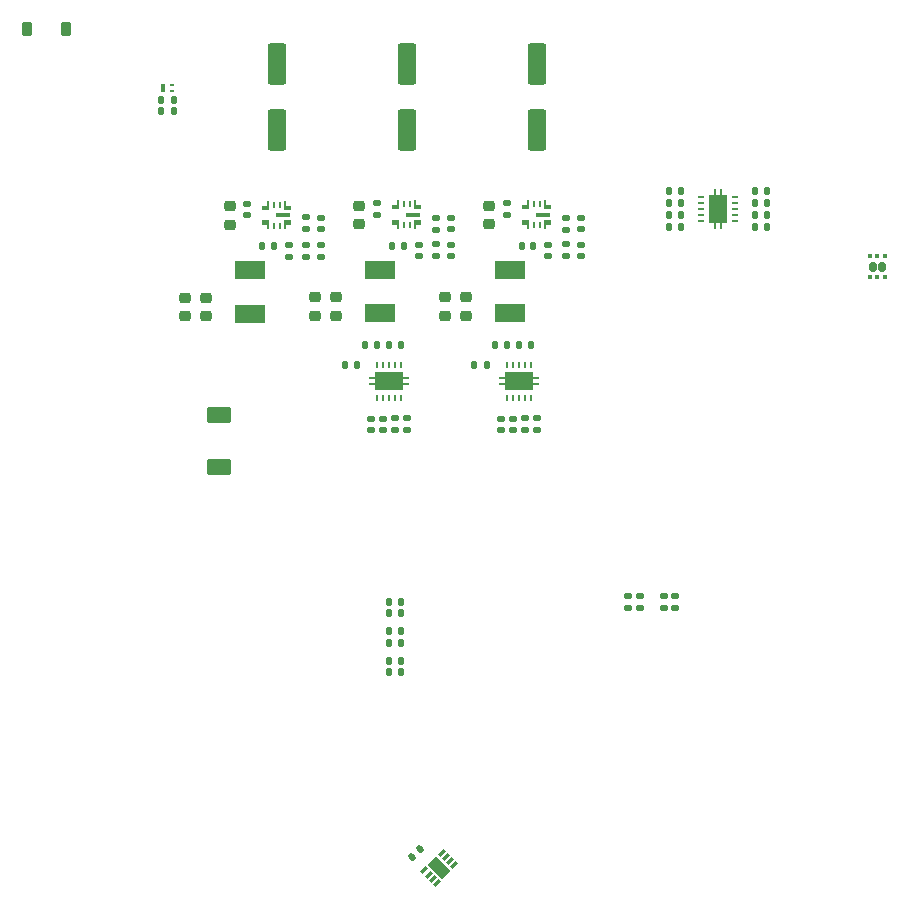
<source format=gbr>
%TF.GenerationSoftware,KiCad,Pcbnew,8.0.0*%
%TF.CreationDate,2024-03-25T03:27:09+00:00*%
%TF.ProjectId,main_PCB_v2,6d61696e-5f50-4434-925f-76322e6b6963,rev?*%
%TF.SameCoordinates,Original*%
%TF.FileFunction,Paste,Top*%
%TF.FilePolarity,Positive*%
%FSLAX46Y46*%
G04 Gerber Fmt 4.6, Leading zero omitted, Abs format (unit mm)*
G04 Created by KiCad (PCBNEW 8.0.0) date 2024-03-25 03:27:09*
%MOMM*%
%LPD*%
G01*
G04 APERTURE LIST*
G04 Aperture macros list*
%AMRoundRect*
0 Rectangle with rounded corners*
0 $1 Rounding radius*
0 $2 $3 $4 $5 $6 $7 $8 $9 X,Y pos of 4 corners*
0 Add a 4 corners polygon primitive as box body*
4,1,4,$2,$3,$4,$5,$6,$7,$8,$9,$2,$3,0*
0 Add four circle primitives for the rounded corners*
1,1,$1+$1,$2,$3*
1,1,$1+$1,$4,$5*
1,1,$1+$1,$6,$7*
1,1,$1+$1,$8,$9*
0 Add four rect primitives between the rounded corners*
20,1,$1+$1,$2,$3,$4,$5,0*
20,1,$1+$1,$4,$5,$6,$7,0*
20,1,$1+$1,$6,$7,$8,$9,0*
20,1,$1+$1,$8,$9,$2,$3,0*%
%AMRotRect*
0 Rectangle, with rotation*
0 The origin of the aperture is its center*
0 $1 length*
0 $2 width*
0 $3 Rotation angle, in degrees counterclockwise*
0 Add horizontal line*
21,1,$1,$2,0,0,$3*%
%AMFreePoly0*
4,1,7,0.114300,0.025000,0.470000,0.025000,0.470000,-0.381000,-0.114300,-0.381000,-0.114300,0.381000,0.114300,0.381000,0.114300,0.025000,0.114300,0.025000,$1*%
%AMFreePoly1*
4,1,7,0.470000,-0.025000,0.114300,-0.025000,0.114300,-0.381000,-0.114300,-0.381000,-0.114300,0.381000,0.470000,0.381000,0.470000,-0.025000,0.470000,-0.025000,$1*%
G04 Aperture macros list end*
%ADD10RoundRect,0.135000X0.185000X-0.135000X0.185000X0.135000X-0.185000X0.135000X-0.185000X-0.135000X0*%
%ADD11RoundRect,0.225000X0.250000X-0.225000X0.250000X0.225000X-0.250000X0.225000X-0.250000X-0.225000X0*%
%ADD12RoundRect,0.135000X0.135000X0.185000X-0.135000X0.185000X-0.135000X-0.185000X0.135000X-0.185000X0*%
%ADD13RoundRect,0.140000X0.170000X-0.140000X0.170000X0.140000X-0.170000X0.140000X-0.170000X-0.140000X0*%
%ADD14RoundRect,0.160000X-0.160000X0.245000X-0.160000X-0.245000X0.160000X-0.245000X0.160000X0.245000X0*%
%ADD15RoundRect,0.093750X-0.106250X0.093750X-0.106250X-0.093750X0.106250X-0.093750X0.106250X0.093750X0*%
%ADD16RoundRect,0.135000X-0.135000X-0.185000X0.135000X-0.185000X0.135000X0.185000X-0.135000X0.185000X0*%
%ADD17RoundRect,0.135000X-0.185000X0.135000X-0.185000X-0.135000X0.185000X-0.135000X0.185000X0.135000X0*%
%ADD18RoundRect,0.140000X-0.170000X0.140000X-0.170000X-0.140000X0.170000X-0.140000X0.170000X0.140000X0*%
%ADD19R,0.240000X0.600000*%
%ADD20R,2.400000X1.650000*%
%ADD21R,0.500000X0.250000*%
%ADD22RoundRect,0.250000X0.550000X-1.500000X0.550000X1.500000X-0.550000X1.500000X-0.550000X-1.500000X0*%
%ADD23RoundRect,0.140000X-0.140000X-0.170000X0.140000X-0.170000X0.140000X0.170000X-0.140000X0.170000X0*%
%ADD24R,2.500000X1.500000*%
%ADD25FreePoly0,0.000000*%
%ADD26R,0.254000X0.609600*%
%ADD27FreePoly1,180.000000*%
%ADD28FreePoly0,180.000000*%
%ADD29FreePoly1,0.000000*%
%ADD30R,1.295400X0.355600*%
%ADD31RoundRect,0.140000X0.140000X0.170000X-0.140000X0.170000X-0.140000X-0.170000X0.140000X-0.170000X0*%
%ADD32RotRect,0.300000X0.700000X135.000000*%
%ADD33RotRect,1.000000X1.700000X45.000000*%
%ADD34RoundRect,0.147500X-0.147500X-0.172500X0.147500X-0.172500X0.147500X0.172500X-0.147500X0.172500X0*%
%ADD35RoundRect,0.225000X-0.250000X0.225000X-0.250000X-0.225000X0.250000X-0.225000X0.250000X0.225000X0*%
%ADD36R,0.600000X0.240000*%
%ADD37R,1.650000X2.400000*%
%ADD38R,0.250000X0.500000*%
%ADD39RoundRect,0.250000X-0.800000X0.450000X-0.800000X-0.450000X0.800000X-0.450000X0.800000X0.450000X0*%
%ADD40RoundRect,0.140000X0.021213X-0.219203X0.219203X-0.021213X-0.021213X0.219203X-0.219203X0.021213X0*%
%ADD41RoundRect,0.225000X-0.225000X-0.375000X0.225000X-0.375000X0.225000X0.375000X-0.225000X0.375000X0*%
%ADD42RoundRect,0.062500X0.137500X-0.062500X0.137500X0.062500X-0.137500X0.062500X-0.137500X-0.062500X0*%
%ADD43RoundRect,0.100000X-0.100000X-0.250000X0.100000X-0.250000X0.100000X0.250000X-0.100000X0.250000X0*%
G04 APERTURE END LIST*
D10*
%TO.C,R116*%
X150750000Y-71310000D03*
X150750000Y-70290000D03*
%TD*%
D11*
%TO.C,C124*%
X142250000Y-76325000D03*
X142250000Y-74775000D03*
%TD*%
D12*
%TO.C,R103*%
X189770000Y-68750000D03*
X188750000Y-68750000D03*
%TD*%
D13*
%TO.C,C120*%
X152000000Y-71280000D03*
X152000000Y-70320000D03*
%TD*%
D14*
%TO.C,U101*%
X199500000Y-72137500D03*
X198700000Y-72137500D03*
D15*
X199750000Y-71250000D03*
X199100000Y-71250000D03*
X198450000Y-71250000D03*
X198450000Y-73025000D03*
X199100000Y-73025000D03*
X199750000Y-73025000D03*
%TD*%
D16*
%TO.C,R129*%
X153990000Y-80500000D03*
X155010000Y-80500000D03*
%TD*%
D17*
%TO.C,R131*%
X158250000Y-84970000D03*
X158250000Y-85990000D03*
%TD*%
D10*
%TO.C,R113*%
X172750000Y-69010000D03*
X172750000Y-67990000D03*
%TD*%
D18*
%TO.C,C111*%
X160250000Y-70270000D03*
X160250000Y-71230000D03*
%TD*%
D16*
%TO.C,R106*%
X138490000Y-58000000D03*
X139510000Y-58000000D03*
%TD*%
D19*
%TO.C,U110*%
X158750000Y-80450000D03*
X158250000Y-80450000D03*
X157750000Y-80450000D03*
X157250000Y-80450000D03*
X156750000Y-80450000D03*
X156750000Y-83250000D03*
X157250000Y-83250000D03*
X157750000Y-83250000D03*
X158250000Y-83250000D03*
X158750000Y-83250000D03*
D20*
X157750000Y-81850000D03*
D21*
X159200000Y-81600000D03*
X159200000Y-82100000D03*
X156300000Y-81600000D03*
X156300000Y-82100000D03*
%TD*%
D18*
%TO.C,C109*%
X145750000Y-66820000D03*
X145750000Y-67780000D03*
%TD*%
%TO.C,C132*%
X156250000Y-85000000D03*
X156250000Y-85960000D03*
%TD*%
D22*
%TO.C,C103*%
X170250000Y-60550000D03*
X170250000Y-54950000D03*
%TD*%
D17*
%TO.C,R125*%
X179000000Y-100000000D03*
X179000000Y-101020000D03*
%TD*%
D12*
%TO.C,R135*%
X156760000Y-78750000D03*
X155740000Y-78750000D03*
%TD*%
%TO.C,R137*%
X167760000Y-78750000D03*
X166740000Y-78750000D03*
%TD*%
D23*
%TO.C,C114*%
X158022350Y-70348300D03*
X158982350Y-70348300D03*
%TD*%
D24*
%TO.C,L101*%
X168002350Y-72400000D03*
X168002350Y-76100000D03*
%TD*%
D10*
%TO.C,R127*%
X181000000Y-101010000D03*
X181000000Y-99990000D03*
%TD*%
D17*
%TO.C,R133*%
X170250000Y-84990000D03*
X170250000Y-86010000D03*
%TD*%
D25*
%TO.C,U103*%
X170980250Y-66924500D03*
D26*
X170497650Y-66848300D03*
X170002350Y-66848300D03*
D27*
X169519750Y-66924500D03*
D28*
X169519750Y-68575500D03*
D26*
X170002350Y-68651700D03*
X170497650Y-68651700D03*
D29*
X170980250Y-68575500D03*
D30*
X170802450Y-67750000D03*
%TD*%
D12*
%TO.C,R134*%
X158760000Y-78750000D03*
X157740000Y-78750000D03*
%TD*%
D31*
%TO.C,C102*%
X182440000Y-65750000D03*
X181480000Y-65750000D03*
%TD*%
D10*
%TO.C,R112*%
X172750000Y-71260000D03*
X172750000Y-70240000D03*
%TD*%
D25*
%TO.C,U104*%
X159980250Y-66924500D03*
D26*
X159497650Y-66848300D03*
X159002350Y-66848300D03*
D27*
X158519750Y-66924500D03*
D28*
X158519750Y-68575500D03*
D26*
X159002350Y-68651700D03*
X159497650Y-68651700D03*
D29*
X159980250Y-68575500D03*
D30*
X159802450Y-67750000D03*
%TD*%
D32*
%TO.C,U108*%
X160750000Y-123250000D03*
X161103553Y-123603553D03*
X161457107Y-123957107D03*
X161810660Y-124310660D03*
X163295584Y-122825736D03*
X162942031Y-122472183D03*
X162588477Y-122118629D03*
X162234924Y-121765076D03*
D33*
X162022792Y-123037868D03*
%TD*%
D34*
%TO.C,D105*%
X157765000Y-105500000D03*
X158735000Y-105500000D03*
%TD*%
D11*
%TO.C,C126*%
X151500000Y-76275000D03*
X151500000Y-74725000D03*
%TD*%
D17*
%TO.C,R132*%
X169250000Y-84990000D03*
X169250000Y-86010000D03*
%TD*%
D35*
%TO.C,C105*%
X155250000Y-66975000D03*
X155250000Y-68525000D03*
%TD*%
D12*
%TO.C,R110*%
X182470000Y-68750000D03*
X181450000Y-68750000D03*
%TD*%
D22*
%TO.C,C129*%
X148250000Y-60600000D03*
X148250000Y-55000000D03*
%TD*%
D10*
%TO.C,R114*%
X161750000Y-71260000D03*
X161750000Y-70240000D03*
%TD*%
D18*
%TO.C,C133*%
X167250000Y-85020000D03*
X167250000Y-85980000D03*
%TD*%
D31*
%TO.C,C101*%
X182440000Y-66750000D03*
X181480000Y-66750000D03*
%TD*%
D35*
%TO.C,C106*%
X144250000Y-67025000D03*
X144250000Y-68575000D03*
%TD*%
D36*
%TO.C,U102*%
X187010000Y-68250000D03*
X187010000Y-67750000D03*
X187010000Y-67250000D03*
X187010000Y-66750000D03*
X187010000Y-66250000D03*
X184210000Y-66250000D03*
X184210000Y-66750000D03*
X184210000Y-67250000D03*
X184210000Y-67750000D03*
X184210000Y-68250000D03*
D37*
X185610000Y-67250000D03*
D38*
X185860000Y-68700000D03*
X185360000Y-68700000D03*
X185860000Y-65800000D03*
X185360000Y-65800000D03*
%TD*%
D24*
%TO.C,L102*%
X157002350Y-72400000D03*
X157002350Y-76100000D03*
%TD*%
D25*
%TO.C,U105*%
X148980250Y-66974500D03*
D26*
X148497650Y-66898300D03*
X148002350Y-66898300D03*
D27*
X147519750Y-66974500D03*
D28*
X147519750Y-68625500D03*
D26*
X148002350Y-68701700D03*
X148497650Y-68701700D03*
D29*
X148980250Y-68625500D03*
D30*
X148802450Y-67800000D03*
%TD*%
D22*
%TO.C,C128*%
X159250000Y-60550000D03*
X159250000Y-54950000D03*
%TD*%
D13*
%TO.C,C116*%
X174000000Y-71230000D03*
X174000000Y-70270000D03*
%TD*%
D12*
%TO.C,R109*%
X182470000Y-67750000D03*
X181450000Y-67750000D03*
%TD*%
D11*
%TO.C,C122*%
X162500000Y-76275000D03*
X162500000Y-74725000D03*
%TD*%
D39*
%TO.C,D106*%
X143400000Y-89100000D03*
X143400000Y-84700000D03*
%TD*%
D40*
%TO.C,C130*%
X159683381Y-122127279D03*
X160362203Y-121448457D03*
%TD*%
D10*
%TO.C,R117*%
X150750000Y-68990000D03*
X150750000Y-67970000D03*
%TD*%
D34*
%TO.C,D103*%
X157765000Y-100500000D03*
X158735000Y-100500000D03*
%TD*%
D13*
%TO.C,C118*%
X163000000Y-71230000D03*
X163000000Y-70270000D03*
%TD*%
D16*
%TO.C,R138*%
X164990000Y-80500000D03*
X166010000Y-80500000D03*
%TD*%
D12*
%TO.C,R111*%
X158760000Y-101500000D03*
X157740000Y-101500000D03*
%TD*%
%TO.C,R119*%
X158760000Y-106500000D03*
X157740000Y-106500000D03*
%TD*%
D13*
%TO.C,C119*%
X163000000Y-68980000D03*
X163000000Y-68020000D03*
%TD*%
D18*
%TO.C,C112*%
X149250000Y-70320000D03*
X149250000Y-71280000D03*
%TD*%
D19*
%TO.C,U109*%
X169750000Y-80450000D03*
X169250000Y-80450000D03*
X168750000Y-80450000D03*
X168250000Y-80450000D03*
X167750000Y-80450000D03*
X167750000Y-83250000D03*
X168250000Y-83250000D03*
X168750000Y-83250000D03*
X169250000Y-83250000D03*
X169750000Y-83250000D03*
D20*
X168750000Y-81850000D03*
D21*
X170200000Y-81600000D03*
X170200000Y-82100000D03*
X167300000Y-81600000D03*
X167300000Y-82100000D03*
%TD*%
D16*
%TO.C,R105*%
X188750000Y-65750000D03*
X189770000Y-65750000D03*
%TD*%
D12*
%TO.C,R118*%
X158760000Y-104000000D03*
X157740000Y-104000000D03*
%TD*%
D35*
%TO.C,C104*%
X166250000Y-66975000D03*
X166250000Y-68525000D03*
%TD*%
D18*
%TO.C,C134*%
X168250000Y-85020000D03*
X168250000Y-85980000D03*
%TD*%
D11*
%TO.C,C123*%
X153250000Y-76275000D03*
X153250000Y-74725000D03*
%TD*%
D23*
%TO.C,C113*%
X169022350Y-70348300D03*
X169982350Y-70348300D03*
%TD*%
D11*
%TO.C,C127*%
X140500000Y-76325000D03*
X140500000Y-74775000D03*
%TD*%
D24*
%TO.C,L103*%
X146002350Y-72450000D03*
X146002350Y-76150000D03*
%TD*%
D18*
%TO.C,C107*%
X167750000Y-66770000D03*
X167750000Y-67730000D03*
%TD*%
D16*
%TO.C,R104*%
X188750000Y-67750000D03*
X189770000Y-67750000D03*
%TD*%
D12*
%TO.C,R136*%
X169760000Y-78750000D03*
X168740000Y-78750000D03*
%TD*%
D16*
%TO.C,R102*%
X138490000Y-59000000D03*
X139510000Y-59000000D03*
%TD*%
D17*
%TO.C,R130*%
X159250000Y-84970000D03*
X159250000Y-85990000D03*
%TD*%
D18*
%TO.C,C108*%
X156750000Y-66770000D03*
X156750000Y-67730000D03*
%TD*%
D34*
%TO.C,D101*%
X188775000Y-66750000D03*
X189745000Y-66750000D03*
%TD*%
D41*
%TO.C,D102*%
X127100000Y-52000000D03*
X130400000Y-52000000D03*
%TD*%
D13*
%TO.C,C121*%
X152000000Y-68960000D03*
X152000000Y-68000000D03*
%TD*%
D18*
%TO.C,C131*%
X157250000Y-85000000D03*
X157250000Y-85960000D03*
%TD*%
D13*
%TO.C,C117*%
X174000000Y-68980000D03*
X174000000Y-68020000D03*
%TD*%
D34*
%TO.C,D104*%
X157765000Y-103000000D03*
X158735000Y-103000000D03*
%TD*%
D42*
%TO.C,Q101*%
X139350000Y-57225000D03*
X139350000Y-56775000D03*
D43*
X138650000Y-57000000D03*
%TD*%
D18*
%TO.C,C110*%
X171250000Y-70270000D03*
X171250000Y-71230000D03*
%TD*%
D23*
%TO.C,C115*%
X147022350Y-70398300D03*
X147982350Y-70398300D03*
%TD*%
D17*
%TO.C,R107*%
X182000000Y-99990000D03*
X182000000Y-101010000D03*
%TD*%
D10*
%TO.C,R115*%
X161750000Y-69010000D03*
X161750000Y-67990000D03*
%TD*%
D11*
%TO.C,C125*%
X164250000Y-76275000D03*
X164250000Y-74725000D03*
%TD*%
D10*
%TO.C,R126*%
X178000000Y-101020000D03*
X178000000Y-100000000D03*
%TD*%
M02*

</source>
